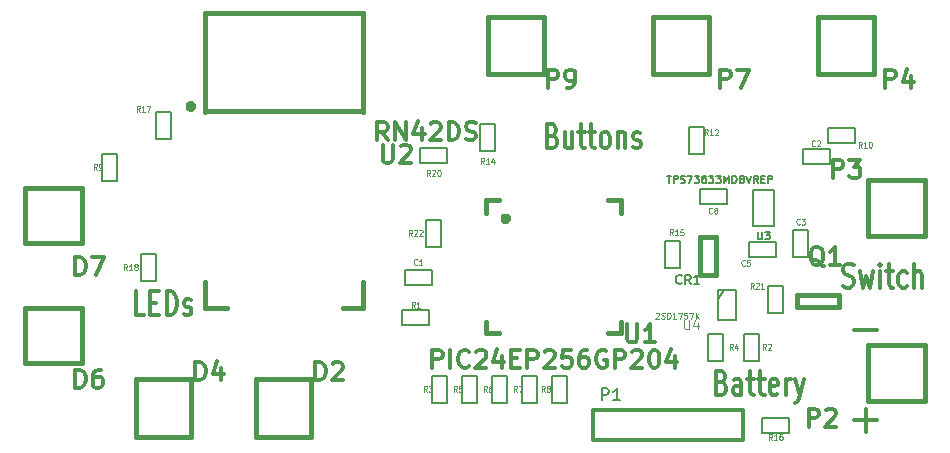
<source format=gto>
G04 (created by PCBNEW-RS274X (2012-01-19 BZR 3256)-stable) date 5/26/2013 3:34:06 PM*
G01*
G70*
G90*
%MOIN*%
G04 Gerber Fmt 3.4, Leading zero omitted, Abs format*
%FSLAX34Y34*%
G04 APERTURE LIST*
%ADD10C,0.006000*%
%ADD11C,0.012000*%
%ADD12C,0.005000*%
%ADD13C,0.015000*%
%ADD14C,0.004500*%
%ADD15C,0.008000*%
%ADD16C,0.007500*%
%ADD17C,0.003000*%
G04 APERTURE END LIST*
G54D10*
G54D11*
X37651Y-19366D02*
X37737Y-19404D01*
X37880Y-19404D01*
X37937Y-19366D01*
X37966Y-19328D01*
X37994Y-19251D01*
X37994Y-19175D01*
X37966Y-19099D01*
X37937Y-19061D01*
X37880Y-19023D01*
X37766Y-18985D01*
X37708Y-18947D01*
X37680Y-18909D01*
X37651Y-18832D01*
X37651Y-18756D01*
X37680Y-18680D01*
X37708Y-18642D01*
X37766Y-18604D01*
X37908Y-18604D01*
X37994Y-18642D01*
X38194Y-18870D02*
X38308Y-19404D01*
X38422Y-19023D01*
X38537Y-19404D01*
X38651Y-18870D01*
X38880Y-19404D02*
X38880Y-18870D01*
X38880Y-18604D02*
X38851Y-18642D01*
X38880Y-18680D01*
X38908Y-18642D01*
X38880Y-18604D01*
X38880Y-18680D01*
X39080Y-18870D02*
X39309Y-18870D01*
X39166Y-18604D02*
X39166Y-19290D01*
X39194Y-19366D01*
X39252Y-19404D01*
X39309Y-19404D01*
X39766Y-19366D02*
X39709Y-19404D01*
X39595Y-19404D01*
X39537Y-19366D01*
X39509Y-19328D01*
X39480Y-19251D01*
X39480Y-19023D01*
X39509Y-18947D01*
X39537Y-18909D01*
X39595Y-18870D01*
X39709Y-18870D01*
X39766Y-18909D01*
X40023Y-19404D02*
X40023Y-18604D01*
X40280Y-19404D02*
X40280Y-18985D01*
X40251Y-18909D01*
X40194Y-18870D01*
X40109Y-18870D01*
X40051Y-18909D01*
X40023Y-18947D01*
X33598Y-22565D02*
X33684Y-22603D01*
X33712Y-22641D01*
X33741Y-22717D01*
X33741Y-22831D01*
X33712Y-22908D01*
X33684Y-22946D01*
X33626Y-22984D01*
X33398Y-22984D01*
X33398Y-22184D01*
X33598Y-22184D01*
X33655Y-22222D01*
X33684Y-22260D01*
X33712Y-22336D01*
X33712Y-22412D01*
X33684Y-22489D01*
X33655Y-22527D01*
X33598Y-22565D01*
X33398Y-22565D01*
X34255Y-22984D02*
X34255Y-22565D01*
X34226Y-22489D01*
X34169Y-22450D01*
X34055Y-22450D01*
X33998Y-22489D01*
X34255Y-22946D02*
X34198Y-22984D01*
X34055Y-22984D01*
X33998Y-22946D01*
X33969Y-22870D01*
X33969Y-22793D01*
X33998Y-22717D01*
X34055Y-22679D01*
X34198Y-22679D01*
X34255Y-22641D01*
X34455Y-22450D02*
X34684Y-22450D01*
X34541Y-22184D02*
X34541Y-22870D01*
X34569Y-22946D01*
X34627Y-22984D01*
X34684Y-22984D01*
X34798Y-22450D02*
X35027Y-22450D01*
X34884Y-22184D02*
X34884Y-22870D01*
X34912Y-22946D01*
X34970Y-22984D01*
X35027Y-22984D01*
X35455Y-22946D02*
X35398Y-22984D01*
X35284Y-22984D01*
X35227Y-22946D01*
X35198Y-22870D01*
X35198Y-22565D01*
X35227Y-22489D01*
X35284Y-22450D01*
X35398Y-22450D01*
X35455Y-22489D01*
X35484Y-22565D01*
X35484Y-22641D01*
X35198Y-22717D01*
X35741Y-22984D02*
X35741Y-22450D01*
X35741Y-22603D02*
X35769Y-22527D01*
X35798Y-22489D01*
X35855Y-22450D01*
X35912Y-22450D01*
X36055Y-22450D02*
X36198Y-22984D01*
X36340Y-22450D02*
X36198Y-22984D01*
X36140Y-23174D01*
X36112Y-23212D01*
X36055Y-23250D01*
X14352Y-20324D02*
X14066Y-20324D01*
X14066Y-19524D01*
X14552Y-19905D02*
X14752Y-19905D01*
X14838Y-20324D02*
X14552Y-20324D01*
X14552Y-19524D01*
X14838Y-19524D01*
X15095Y-20324D02*
X15095Y-19524D01*
X15238Y-19524D01*
X15323Y-19562D01*
X15381Y-19638D01*
X15409Y-19714D01*
X15438Y-19867D01*
X15438Y-19981D01*
X15409Y-20133D01*
X15381Y-20210D01*
X15323Y-20286D01*
X15238Y-20324D01*
X15095Y-20324D01*
X15666Y-20286D02*
X15723Y-20324D01*
X15838Y-20324D01*
X15895Y-20286D01*
X15923Y-20210D01*
X15923Y-20171D01*
X15895Y-20095D01*
X15838Y-20057D01*
X15752Y-20057D01*
X15695Y-20019D01*
X15666Y-19943D01*
X15666Y-19905D01*
X15695Y-19829D01*
X15752Y-19790D01*
X15838Y-19790D01*
X15895Y-19829D01*
X27963Y-14345D02*
X28049Y-14383D01*
X28077Y-14421D01*
X28106Y-14497D01*
X28106Y-14611D01*
X28077Y-14688D01*
X28049Y-14726D01*
X27991Y-14764D01*
X27763Y-14764D01*
X27763Y-13964D01*
X27963Y-13964D01*
X28020Y-14002D01*
X28049Y-14040D01*
X28077Y-14116D01*
X28077Y-14192D01*
X28049Y-14269D01*
X28020Y-14307D01*
X27963Y-14345D01*
X27763Y-14345D01*
X28620Y-14230D02*
X28620Y-14764D01*
X28363Y-14230D02*
X28363Y-14650D01*
X28391Y-14726D01*
X28449Y-14764D01*
X28534Y-14764D01*
X28591Y-14726D01*
X28620Y-14688D01*
X28820Y-14230D02*
X29049Y-14230D01*
X28906Y-13964D02*
X28906Y-14650D01*
X28934Y-14726D01*
X28992Y-14764D01*
X29049Y-14764D01*
X29163Y-14230D02*
X29392Y-14230D01*
X29249Y-13964D02*
X29249Y-14650D01*
X29277Y-14726D01*
X29335Y-14764D01*
X29392Y-14764D01*
X29678Y-14764D02*
X29620Y-14726D01*
X29592Y-14688D01*
X29563Y-14611D01*
X29563Y-14383D01*
X29592Y-14307D01*
X29620Y-14269D01*
X29678Y-14230D01*
X29763Y-14230D01*
X29820Y-14269D01*
X29849Y-14307D01*
X29878Y-14383D01*
X29878Y-14611D01*
X29849Y-14688D01*
X29820Y-14726D01*
X29763Y-14764D01*
X29678Y-14764D01*
X30135Y-14230D02*
X30135Y-14764D01*
X30135Y-14307D02*
X30163Y-14269D01*
X30221Y-14230D01*
X30306Y-14230D01*
X30363Y-14269D01*
X30392Y-14345D01*
X30392Y-14764D01*
X30649Y-14726D02*
X30706Y-14764D01*
X30821Y-14764D01*
X30878Y-14726D01*
X30906Y-14650D01*
X30906Y-14611D01*
X30878Y-14535D01*
X30821Y-14497D01*
X30735Y-14497D01*
X30678Y-14459D01*
X30649Y-14383D01*
X30649Y-14345D01*
X30678Y-14269D01*
X30735Y-14230D01*
X30821Y-14230D01*
X30878Y-14269D01*
X38019Y-20824D02*
X38781Y-20824D01*
X38019Y-23824D02*
X38781Y-23824D01*
X38400Y-24205D02*
X38400Y-23443D01*
G54D12*
X37212Y-15276D02*
X36312Y-15276D01*
X36312Y-15276D02*
X36312Y-14776D01*
X36312Y-14776D02*
X37212Y-14776D01*
X37212Y-14776D02*
X37212Y-15276D01*
X36480Y-17480D02*
X36480Y-18380D01*
X36480Y-18380D02*
X35980Y-18380D01*
X35980Y-18380D02*
X35980Y-17480D01*
X35980Y-17480D02*
X36480Y-17480D01*
X34522Y-17902D02*
X35422Y-17902D01*
X35422Y-17902D02*
X35422Y-18402D01*
X35422Y-18402D02*
X34522Y-18402D01*
X34522Y-18402D02*
X34522Y-17902D01*
X23028Y-18826D02*
X23928Y-18826D01*
X23928Y-18826D02*
X23928Y-19326D01*
X23928Y-19326D02*
X23028Y-19326D01*
X23028Y-19326D02*
X23028Y-18826D01*
X27950Y-23250D02*
X27950Y-22350D01*
X27950Y-22350D02*
X28450Y-22350D01*
X28450Y-22350D02*
X28450Y-23250D01*
X28450Y-23250D02*
X27950Y-23250D01*
X33650Y-20950D02*
X33650Y-21850D01*
X33650Y-21850D02*
X33150Y-21850D01*
X33150Y-21850D02*
X33150Y-20950D01*
X33150Y-20950D02*
X33650Y-20950D01*
X34350Y-21850D02*
X34350Y-20950D01*
X34350Y-20950D02*
X34850Y-20950D01*
X34850Y-20950D02*
X34850Y-21850D01*
X34850Y-21850D02*
X34350Y-21850D01*
X37130Y-14090D02*
X38030Y-14090D01*
X38030Y-14090D02*
X38030Y-14590D01*
X38030Y-14590D02*
X37130Y-14590D01*
X37130Y-14590D02*
X37130Y-14090D01*
X12950Y-15850D02*
X12950Y-14950D01*
X12950Y-14950D02*
X13450Y-14950D01*
X13450Y-14950D02*
X13450Y-15850D01*
X13450Y-15850D02*
X12950Y-15850D01*
X33000Y-14050D02*
X33000Y-14950D01*
X33000Y-14950D02*
X32500Y-14950D01*
X32500Y-14950D02*
X32500Y-14050D01*
X32500Y-14050D02*
X33000Y-14050D01*
X26050Y-13950D02*
X26050Y-14850D01*
X26050Y-14850D02*
X25550Y-14850D01*
X25550Y-14850D02*
X25550Y-13950D01*
X25550Y-13950D02*
X26050Y-13950D01*
X32210Y-17846D02*
X32210Y-18746D01*
X32210Y-18746D02*
X31710Y-18746D01*
X31710Y-18746D02*
X31710Y-17846D01*
X31710Y-17846D02*
X32210Y-17846D01*
G54D11*
X34300Y-24500D02*
X34300Y-23500D01*
X29300Y-23500D02*
X29300Y-24500D01*
X34300Y-24500D02*
X29300Y-24500D01*
X29300Y-23500D02*
X34300Y-23500D01*
G54D13*
X32885Y-18350D02*
X32885Y-17720D01*
X32885Y-17720D02*
X33397Y-17720D01*
X33397Y-17720D02*
X33397Y-18980D01*
X33397Y-18980D02*
X32885Y-18980D01*
X32885Y-18980D02*
X32885Y-18350D01*
X30244Y-20909D02*
X30244Y-20555D01*
X30244Y-20909D02*
X29811Y-20909D01*
X26189Y-20909D02*
X25756Y-20909D01*
X25756Y-20909D02*
X25756Y-20555D01*
X30244Y-16933D02*
X30244Y-16500D01*
X30244Y-16500D02*
X29811Y-16500D01*
X26189Y-16500D02*
X25756Y-16500D01*
X25756Y-16500D02*
X25756Y-16933D01*
X26473Y-17091D02*
X26471Y-17108D01*
X26466Y-17124D01*
X26458Y-17139D01*
X26447Y-17153D01*
X26434Y-17163D01*
X26419Y-17172D01*
X26402Y-17177D01*
X26385Y-17178D01*
X26369Y-17177D01*
X26353Y-17172D01*
X26337Y-17164D01*
X26324Y-17153D01*
X26313Y-17140D01*
X26305Y-17125D01*
X26299Y-17109D01*
X26298Y-17092D01*
X26299Y-17076D01*
X26304Y-17059D01*
X26312Y-17044D01*
X26322Y-17030D01*
X26335Y-17019D01*
X26350Y-17011D01*
X26367Y-17006D01*
X26384Y-17004D01*
X26400Y-17005D01*
X26416Y-17009D01*
X26432Y-17017D01*
X26445Y-17028D01*
X26456Y-17041D01*
X26465Y-17056D01*
X26470Y-17072D01*
X26472Y-17089D01*
X26473Y-17091D01*
G54D12*
X22950Y-20150D02*
X23850Y-20150D01*
X23850Y-20150D02*
X23850Y-20650D01*
X23850Y-20650D02*
X22950Y-20650D01*
X22950Y-20650D02*
X22950Y-20150D01*
X23950Y-23250D02*
X23950Y-22350D01*
X23950Y-22350D02*
X24450Y-22350D01*
X24450Y-22350D02*
X24450Y-23250D01*
X24450Y-23250D02*
X23950Y-23250D01*
X24950Y-23250D02*
X24950Y-22350D01*
X24950Y-22350D02*
X25450Y-22350D01*
X25450Y-22350D02*
X25450Y-23250D01*
X25450Y-23250D02*
X24950Y-23250D01*
X25950Y-23250D02*
X25950Y-22350D01*
X25950Y-22350D02*
X26450Y-22350D01*
X26450Y-22350D02*
X26450Y-23250D01*
X26450Y-23250D02*
X25950Y-23250D01*
X26950Y-23250D02*
X26950Y-22350D01*
X26950Y-22350D02*
X27450Y-22350D01*
X27450Y-22350D02*
X27450Y-23250D01*
X27450Y-23250D02*
X26950Y-23250D01*
G54D13*
X36430Y-20050D02*
X36100Y-20050D01*
X36100Y-20050D02*
X36100Y-19650D01*
X36100Y-19650D02*
X37500Y-19650D01*
X37500Y-19650D02*
X37500Y-20050D01*
X37500Y-20050D02*
X36430Y-20050D01*
G54D12*
X33764Y-16630D02*
X32864Y-16630D01*
X32864Y-16630D02*
X32864Y-16130D01*
X32864Y-16130D02*
X33764Y-16130D01*
X33764Y-16130D02*
X33764Y-16630D01*
X35850Y-24250D02*
X34950Y-24250D01*
X34950Y-24250D02*
X34950Y-23750D01*
X34950Y-23750D02*
X35850Y-23750D01*
X35850Y-23750D02*
X35850Y-24250D01*
X15250Y-13550D02*
X15250Y-14450D01*
X15250Y-14450D02*
X14750Y-14450D01*
X14750Y-14450D02*
X14750Y-13550D01*
X14750Y-13550D02*
X15250Y-13550D01*
X14250Y-19200D02*
X14250Y-18300D01*
X14250Y-18300D02*
X14750Y-18300D01*
X14750Y-18300D02*
X14750Y-19200D01*
X14750Y-19200D02*
X14250Y-19200D01*
X23550Y-14750D02*
X24450Y-14750D01*
X24450Y-14750D02*
X24450Y-15250D01*
X24450Y-15250D02*
X23550Y-15250D01*
X23550Y-15250D02*
X23550Y-14750D01*
X35650Y-19350D02*
X35650Y-20250D01*
X35650Y-20250D02*
X35150Y-20250D01*
X35150Y-20250D02*
X35150Y-19350D01*
X35150Y-19350D02*
X35650Y-19350D01*
X34650Y-16150D02*
X35350Y-16150D01*
X35350Y-16150D02*
X35350Y-17350D01*
X35350Y-17350D02*
X34650Y-17350D01*
X34650Y-17350D02*
X34650Y-16150D01*
G54D13*
X14075Y-24378D02*
X14075Y-22469D01*
X14075Y-22469D02*
X15925Y-22469D01*
X15925Y-22469D02*
X15925Y-24378D01*
X14075Y-24378D02*
X15925Y-24378D01*
X18075Y-24378D02*
X18075Y-22469D01*
X18075Y-22469D02*
X19925Y-22469D01*
X19925Y-22469D02*
X19925Y-24378D01*
X18075Y-24378D02*
X19925Y-24378D01*
X27675Y-10372D02*
X27675Y-12281D01*
X27675Y-12281D02*
X25825Y-12281D01*
X25825Y-12281D02*
X25825Y-10372D01*
X27675Y-10372D02*
X25825Y-10372D01*
X33175Y-10372D02*
X33175Y-12281D01*
X33175Y-12281D02*
X31325Y-12281D01*
X31325Y-12281D02*
X31325Y-10372D01*
X33175Y-10372D02*
X31325Y-10372D01*
X38675Y-10372D02*
X38675Y-12281D01*
X38675Y-12281D02*
X36825Y-12281D01*
X36825Y-12281D02*
X36825Y-10372D01*
X38675Y-10372D02*
X36825Y-10372D01*
X40378Y-17675D02*
X38469Y-17675D01*
X38469Y-17675D02*
X38469Y-15825D01*
X38469Y-15825D02*
X40378Y-15825D01*
X40378Y-17675D02*
X40378Y-15825D01*
X40378Y-23175D02*
X38469Y-23175D01*
X38469Y-23175D02*
X38469Y-21325D01*
X38469Y-21325D02*
X40378Y-21325D01*
X40378Y-23175D02*
X40378Y-21325D01*
X10372Y-20075D02*
X12281Y-20075D01*
X12281Y-20075D02*
X12281Y-21925D01*
X12281Y-21925D02*
X10372Y-21925D01*
X10372Y-20075D02*
X10372Y-21925D01*
G54D12*
X33480Y-19800D02*
X33680Y-19500D01*
X33480Y-20500D02*
X33480Y-19475D01*
X33480Y-19475D02*
X34080Y-19475D01*
X34080Y-19475D02*
X34080Y-20500D01*
X34080Y-20500D02*
X33480Y-20500D01*
X24250Y-17150D02*
X24250Y-18050D01*
X24250Y-18050D02*
X23750Y-18050D01*
X23750Y-18050D02*
X23750Y-17150D01*
X23750Y-17150D02*
X24250Y-17150D01*
G54D13*
X21638Y-13000D02*
X21638Y-12488D01*
X16362Y-13000D02*
X16362Y-12488D01*
X21638Y-19535D02*
X21638Y-20047D01*
X16362Y-19535D02*
X16362Y-20047D01*
X16362Y-13512D02*
X21638Y-13512D01*
X15977Y-13355D02*
X15975Y-13372D01*
X15970Y-13388D01*
X15962Y-13403D01*
X15951Y-13417D01*
X15938Y-13427D01*
X15923Y-13436D01*
X15906Y-13441D01*
X15889Y-13442D01*
X15873Y-13441D01*
X15857Y-13436D01*
X15841Y-13428D01*
X15828Y-13417D01*
X15817Y-13404D01*
X15809Y-13389D01*
X15803Y-13373D01*
X15802Y-13356D01*
X15803Y-13340D01*
X15808Y-13323D01*
X15816Y-13308D01*
X15826Y-13294D01*
X15839Y-13283D01*
X15854Y-13275D01*
X15871Y-13270D01*
X15888Y-13268D01*
X15904Y-13269D01*
X15920Y-13273D01*
X15936Y-13281D01*
X15949Y-13292D01*
X15960Y-13305D01*
X15969Y-13320D01*
X15974Y-13336D01*
X15976Y-13353D01*
X15977Y-13355D01*
X21638Y-13000D02*
X21638Y-13551D01*
X16362Y-12488D02*
X16362Y-10244D01*
X16362Y-10244D02*
X21638Y-10244D01*
X21638Y-10244D02*
X21638Y-12488D01*
X16362Y-13551D02*
X16362Y-13000D01*
X16362Y-20047D02*
X16362Y-20087D01*
X16362Y-20087D02*
X17110Y-20087D01*
X16362Y-19220D02*
X16362Y-19535D01*
X21638Y-20047D02*
X21638Y-20087D01*
X21638Y-20087D02*
X20969Y-20087D01*
X21638Y-19220D02*
X21638Y-19535D01*
X10372Y-16075D02*
X12281Y-16075D01*
X12281Y-16075D02*
X12281Y-17925D01*
X12281Y-17925D02*
X10372Y-17925D01*
X10372Y-16075D02*
X10372Y-17925D01*
G54D14*
X36711Y-14682D02*
X36702Y-14691D01*
X36676Y-14701D01*
X36659Y-14701D01*
X36634Y-14691D01*
X36616Y-14672D01*
X36608Y-14653D01*
X36599Y-14615D01*
X36599Y-14587D01*
X36608Y-14549D01*
X36616Y-14530D01*
X36634Y-14510D01*
X36659Y-14501D01*
X36676Y-14501D01*
X36702Y-14510D01*
X36711Y-14520D01*
X36779Y-14520D02*
X36788Y-14510D01*
X36805Y-14501D01*
X36848Y-14501D01*
X36865Y-14510D01*
X36874Y-14520D01*
X36882Y-14539D01*
X36882Y-14558D01*
X36874Y-14587D01*
X36771Y-14701D01*
X36882Y-14701D01*
X36201Y-17292D02*
X36192Y-17301D01*
X36166Y-17311D01*
X36149Y-17311D01*
X36124Y-17301D01*
X36106Y-17282D01*
X36098Y-17263D01*
X36089Y-17225D01*
X36089Y-17197D01*
X36098Y-17159D01*
X36106Y-17140D01*
X36124Y-17120D01*
X36149Y-17111D01*
X36166Y-17111D01*
X36192Y-17120D01*
X36201Y-17130D01*
X36261Y-17111D02*
X36372Y-17111D01*
X36312Y-17187D01*
X36338Y-17187D01*
X36355Y-17197D01*
X36364Y-17206D01*
X36372Y-17225D01*
X36372Y-17273D01*
X36364Y-17292D01*
X36355Y-17301D01*
X36338Y-17311D01*
X36286Y-17311D01*
X36269Y-17301D01*
X36261Y-17292D01*
X34371Y-18662D02*
X34362Y-18671D01*
X34336Y-18681D01*
X34319Y-18681D01*
X34294Y-18671D01*
X34276Y-18652D01*
X34268Y-18633D01*
X34259Y-18595D01*
X34259Y-18567D01*
X34268Y-18529D01*
X34276Y-18510D01*
X34294Y-18490D01*
X34319Y-18481D01*
X34336Y-18481D01*
X34362Y-18490D01*
X34371Y-18500D01*
X34534Y-18481D02*
X34448Y-18481D01*
X34439Y-18576D01*
X34448Y-18567D01*
X34465Y-18557D01*
X34508Y-18557D01*
X34525Y-18567D01*
X34534Y-18576D01*
X34542Y-18595D01*
X34542Y-18643D01*
X34534Y-18662D01*
X34525Y-18671D01*
X34508Y-18681D01*
X34465Y-18681D01*
X34448Y-18671D01*
X34439Y-18662D01*
X23449Y-18638D02*
X23440Y-18647D01*
X23414Y-18657D01*
X23397Y-18657D01*
X23372Y-18647D01*
X23354Y-18628D01*
X23346Y-18609D01*
X23337Y-18571D01*
X23337Y-18543D01*
X23346Y-18505D01*
X23354Y-18486D01*
X23372Y-18466D01*
X23397Y-18457D01*
X23414Y-18457D01*
X23440Y-18466D01*
X23449Y-18476D01*
X23620Y-18657D02*
X23517Y-18657D01*
X23569Y-18657D02*
X23569Y-18457D01*
X23552Y-18486D01*
X23534Y-18505D01*
X23517Y-18514D01*
X27697Y-22881D02*
X27637Y-22786D01*
X27594Y-22881D02*
X27594Y-22681D01*
X27662Y-22681D01*
X27680Y-22690D01*
X27688Y-22700D01*
X27697Y-22719D01*
X27697Y-22748D01*
X27688Y-22767D01*
X27680Y-22776D01*
X27662Y-22786D01*
X27594Y-22786D01*
X27800Y-22767D02*
X27782Y-22757D01*
X27774Y-22748D01*
X27765Y-22729D01*
X27765Y-22719D01*
X27774Y-22700D01*
X27782Y-22690D01*
X27800Y-22681D01*
X27834Y-22681D01*
X27851Y-22690D01*
X27860Y-22700D01*
X27868Y-22719D01*
X27868Y-22729D01*
X27860Y-22748D01*
X27851Y-22757D01*
X27834Y-22767D01*
X27800Y-22767D01*
X27782Y-22776D01*
X27774Y-22786D01*
X27765Y-22805D01*
X27765Y-22843D01*
X27774Y-22862D01*
X27782Y-22871D01*
X27800Y-22881D01*
X27834Y-22881D01*
X27851Y-22871D01*
X27860Y-22862D01*
X27868Y-22843D01*
X27868Y-22805D01*
X27860Y-22786D01*
X27851Y-22776D01*
X27834Y-22767D01*
X33971Y-21481D02*
X33911Y-21386D01*
X33868Y-21481D02*
X33868Y-21281D01*
X33936Y-21281D01*
X33954Y-21290D01*
X33962Y-21300D01*
X33971Y-21319D01*
X33971Y-21348D01*
X33962Y-21367D01*
X33954Y-21376D01*
X33936Y-21386D01*
X33868Y-21386D01*
X34125Y-21348D02*
X34125Y-21481D01*
X34082Y-21271D02*
X34039Y-21414D01*
X34151Y-21414D01*
X35071Y-21481D02*
X35011Y-21386D01*
X34968Y-21481D02*
X34968Y-21281D01*
X35036Y-21281D01*
X35054Y-21290D01*
X35062Y-21300D01*
X35071Y-21319D01*
X35071Y-21348D01*
X35062Y-21367D01*
X35054Y-21376D01*
X35036Y-21386D01*
X34968Y-21386D01*
X35139Y-21300D02*
X35148Y-21290D01*
X35165Y-21281D01*
X35208Y-21281D01*
X35225Y-21290D01*
X35234Y-21300D01*
X35242Y-21319D01*
X35242Y-21338D01*
X35234Y-21367D01*
X35131Y-21481D01*
X35242Y-21481D01*
X38265Y-14741D02*
X38205Y-14646D01*
X38162Y-14741D02*
X38162Y-14541D01*
X38230Y-14541D01*
X38248Y-14550D01*
X38256Y-14560D01*
X38265Y-14579D01*
X38265Y-14608D01*
X38256Y-14627D01*
X38248Y-14636D01*
X38230Y-14646D01*
X38162Y-14646D01*
X38436Y-14741D02*
X38333Y-14741D01*
X38385Y-14741D02*
X38385Y-14541D01*
X38368Y-14570D01*
X38350Y-14589D01*
X38333Y-14598D01*
X38547Y-14541D02*
X38564Y-14541D01*
X38581Y-14550D01*
X38590Y-14560D01*
X38599Y-14579D01*
X38607Y-14617D01*
X38607Y-14665D01*
X38599Y-14703D01*
X38590Y-14722D01*
X38581Y-14731D01*
X38564Y-14741D01*
X38547Y-14741D01*
X38530Y-14731D01*
X38521Y-14722D01*
X38513Y-14703D01*
X38504Y-14665D01*
X38504Y-14617D01*
X38513Y-14579D01*
X38521Y-14560D01*
X38530Y-14550D01*
X38547Y-14541D01*
X12771Y-15481D02*
X12711Y-15386D01*
X12668Y-15481D02*
X12668Y-15281D01*
X12736Y-15281D01*
X12754Y-15290D01*
X12762Y-15300D01*
X12771Y-15319D01*
X12771Y-15348D01*
X12762Y-15367D01*
X12754Y-15376D01*
X12736Y-15386D01*
X12668Y-15386D01*
X12856Y-15481D02*
X12891Y-15481D01*
X12908Y-15471D01*
X12916Y-15462D01*
X12934Y-15433D01*
X12942Y-15395D01*
X12942Y-15319D01*
X12934Y-15300D01*
X12925Y-15290D01*
X12908Y-15281D01*
X12874Y-15281D01*
X12856Y-15290D01*
X12848Y-15300D01*
X12839Y-15319D01*
X12839Y-15367D01*
X12848Y-15386D01*
X12856Y-15395D01*
X12874Y-15405D01*
X12908Y-15405D01*
X12925Y-15395D01*
X12934Y-15386D01*
X12942Y-15367D01*
X33135Y-14331D02*
X33075Y-14236D01*
X33032Y-14331D02*
X33032Y-14131D01*
X33100Y-14131D01*
X33118Y-14140D01*
X33126Y-14150D01*
X33135Y-14169D01*
X33135Y-14198D01*
X33126Y-14217D01*
X33118Y-14226D01*
X33100Y-14236D01*
X33032Y-14236D01*
X33306Y-14331D02*
X33203Y-14331D01*
X33255Y-14331D02*
X33255Y-14131D01*
X33238Y-14160D01*
X33220Y-14179D01*
X33203Y-14188D01*
X33374Y-14150D02*
X33383Y-14140D01*
X33400Y-14131D01*
X33443Y-14131D01*
X33460Y-14140D01*
X33469Y-14150D01*
X33477Y-14169D01*
X33477Y-14188D01*
X33469Y-14217D01*
X33366Y-14331D01*
X33477Y-14331D01*
X25685Y-15281D02*
X25625Y-15186D01*
X25582Y-15281D02*
X25582Y-15081D01*
X25650Y-15081D01*
X25668Y-15090D01*
X25676Y-15100D01*
X25685Y-15119D01*
X25685Y-15148D01*
X25676Y-15167D01*
X25668Y-15176D01*
X25650Y-15186D01*
X25582Y-15186D01*
X25856Y-15281D02*
X25753Y-15281D01*
X25805Y-15281D02*
X25805Y-15081D01*
X25788Y-15110D01*
X25770Y-15129D01*
X25753Y-15138D01*
X26010Y-15148D02*
X26010Y-15281D01*
X25967Y-15071D02*
X25924Y-15214D01*
X26036Y-15214D01*
X31985Y-17661D02*
X31925Y-17566D01*
X31882Y-17661D02*
X31882Y-17461D01*
X31950Y-17461D01*
X31968Y-17470D01*
X31976Y-17480D01*
X31985Y-17499D01*
X31985Y-17528D01*
X31976Y-17547D01*
X31968Y-17556D01*
X31950Y-17566D01*
X31882Y-17566D01*
X32156Y-17661D02*
X32053Y-17661D01*
X32105Y-17661D02*
X32105Y-17461D01*
X32088Y-17490D01*
X32070Y-17509D01*
X32053Y-17518D01*
X32319Y-17461D02*
X32233Y-17461D01*
X32224Y-17556D01*
X32233Y-17547D01*
X32250Y-17537D01*
X32293Y-17537D01*
X32310Y-17547D01*
X32319Y-17556D01*
X32327Y-17575D01*
X32327Y-17623D01*
X32319Y-17642D01*
X32310Y-17651D01*
X32293Y-17661D01*
X32250Y-17661D01*
X32233Y-17651D01*
X32224Y-17642D01*
G54D15*
X29605Y-23162D02*
X29605Y-22762D01*
X29758Y-22762D01*
X29796Y-22781D01*
X29815Y-22800D01*
X29834Y-22838D01*
X29834Y-22895D01*
X29815Y-22933D01*
X29796Y-22952D01*
X29758Y-22971D01*
X29605Y-22971D01*
X30215Y-23162D02*
X29986Y-23162D01*
X30100Y-23162D02*
X30100Y-22762D01*
X30062Y-22819D01*
X30024Y-22857D01*
X29986Y-22876D01*
G54D16*
X32260Y-19253D02*
X32246Y-19267D01*
X32203Y-19281D01*
X32174Y-19281D01*
X32131Y-19267D01*
X32103Y-19239D01*
X32088Y-19210D01*
X32074Y-19153D01*
X32074Y-19110D01*
X32088Y-19053D01*
X32103Y-19024D01*
X32131Y-18996D01*
X32174Y-18981D01*
X32203Y-18981D01*
X32246Y-18996D01*
X32260Y-19010D01*
X32560Y-19281D02*
X32460Y-19139D01*
X32388Y-19281D02*
X32388Y-18981D01*
X32503Y-18981D01*
X32531Y-18996D01*
X32546Y-19010D01*
X32560Y-19039D01*
X32560Y-19081D01*
X32546Y-19110D01*
X32531Y-19124D01*
X32503Y-19139D01*
X32388Y-19139D01*
X32846Y-19281D02*
X32674Y-19281D01*
X32760Y-19281D02*
X32760Y-18981D01*
X32731Y-19024D01*
X32703Y-19053D01*
X32674Y-19067D01*
G54D11*
X30443Y-20633D02*
X30443Y-21119D01*
X30471Y-21176D01*
X30500Y-21204D01*
X30557Y-21233D01*
X30671Y-21233D01*
X30729Y-21204D01*
X30757Y-21176D01*
X30786Y-21119D01*
X30786Y-20633D01*
X31386Y-21233D02*
X31043Y-21233D01*
X31215Y-21233D02*
X31215Y-20633D01*
X31158Y-20719D01*
X31100Y-20776D01*
X31043Y-20804D01*
X23955Y-22083D02*
X23955Y-21483D01*
X24183Y-21483D01*
X24241Y-21511D01*
X24269Y-21540D01*
X24298Y-21597D01*
X24298Y-21683D01*
X24269Y-21740D01*
X24241Y-21769D01*
X24183Y-21797D01*
X23955Y-21797D01*
X24555Y-22083D02*
X24555Y-21483D01*
X25184Y-22026D02*
X25155Y-22054D01*
X25069Y-22083D01*
X25012Y-22083D01*
X24927Y-22054D01*
X24869Y-21997D01*
X24841Y-21940D01*
X24812Y-21826D01*
X24812Y-21740D01*
X24841Y-21626D01*
X24869Y-21569D01*
X24927Y-21511D01*
X25012Y-21483D01*
X25069Y-21483D01*
X25155Y-21511D01*
X25184Y-21540D01*
X25412Y-21540D02*
X25441Y-21511D01*
X25498Y-21483D01*
X25641Y-21483D01*
X25698Y-21511D01*
X25727Y-21540D01*
X25755Y-21597D01*
X25755Y-21654D01*
X25727Y-21740D01*
X25384Y-22083D01*
X25755Y-22083D01*
X26269Y-21683D02*
X26269Y-22083D01*
X26126Y-21454D02*
X25983Y-21883D01*
X26355Y-21883D01*
X26583Y-21769D02*
X26783Y-21769D01*
X26869Y-22083D02*
X26583Y-22083D01*
X26583Y-21483D01*
X26869Y-21483D01*
X27126Y-22083D02*
X27126Y-21483D01*
X27354Y-21483D01*
X27412Y-21511D01*
X27440Y-21540D01*
X27469Y-21597D01*
X27469Y-21683D01*
X27440Y-21740D01*
X27412Y-21769D01*
X27354Y-21797D01*
X27126Y-21797D01*
X27697Y-21540D02*
X27726Y-21511D01*
X27783Y-21483D01*
X27926Y-21483D01*
X27983Y-21511D01*
X28012Y-21540D01*
X28040Y-21597D01*
X28040Y-21654D01*
X28012Y-21740D01*
X27669Y-22083D01*
X28040Y-22083D01*
X28583Y-21483D02*
X28297Y-21483D01*
X28268Y-21769D01*
X28297Y-21740D01*
X28354Y-21711D01*
X28497Y-21711D01*
X28554Y-21740D01*
X28583Y-21769D01*
X28611Y-21826D01*
X28611Y-21969D01*
X28583Y-22026D01*
X28554Y-22054D01*
X28497Y-22083D01*
X28354Y-22083D01*
X28297Y-22054D01*
X28268Y-22026D01*
X29125Y-21483D02*
X29011Y-21483D01*
X28954Y-21511D01*
X28925Y-21540D01*
X28868Y-21626D01*
X28839Y-21740D01*
X28839Y-21969D01*
X28868Y-22026D01*
X28896Y-22054D01*
X28954Y-22083D01*
X29068Y-22083D01*
X29125Y-22054D01*
X29154Y-22026D01*
X29182Y-21969D01*
X29182Y-21826D01*
X29154Y-21769D01*
X29125Y-21740D01*
X29068Y-21711D01*
X28954Y-21711D01*
X28896Y-21740D01*
X28868Y-21769D01*
X28839Y-21826D01*
X29753Y-21511D02*
X29696Y-21483D01*
X29610Y-21483D01*
X29525Y-21511D01*
X29467Y-21569D01*
X29439Y-21626D01*
X29410Y-21740D01*
X29410Y-21826D01*
X29439Y-21940D01*
X29467Y-21997D01*
X29525Y-22054D01*
X29610Y-22083D01*
X29667Y-22083D01*
X29753Y-22054D01*
X29782Y-22026D01*
X29782Y-21826D01*
X29667Y-21826D01*
X30039Y-22083D02*
X30039Y-21483D01*
X30267Y-21483D01*
X30325Y-21511D01*
X30353Y-21540D01*
X30382Y-21597D01*
X30382Y-21683D01*
X30353Y-21740D01*
X30325Y-21769D01*
X30267Y-21797D01*
X30039Y-21797D01*
X30610Y-21540D02*
X30639Y-21511D01*
X30696Y-21483D01*
X30839Y-21483D01*
X30896Y-21511D01*
X30925Y-21540D01*
X30953Y-21597D01*
X30953Y-21654D01*
X30925Y-21740D01*
X30582Y-22083D01*
X30953Y-22083D01*
X31324Y-21483D02*
X31381Y-21483D01*
X31438Y-21511D01*
X31467Y-21540D01*
X31496Y-21597D01*
X31524Y-21711D01*
X31524Y-21854D01*
X31496Y-21969D01*
X31467Y-22026D01*
X31438Y-22054D01*
X31381Y-22083D01*
X31324Y-22083D01*
X31267Y-22054D01*
X31238Y-22026D01*
X31210Y-21969D01*
X31181Y-21854D01*
X31181Y-21711D01*
X31210Y-21597D01*
X31238Y-21540D01*
X31267Y-21511D01*
X31324Y-21483D01*
X32038Y-21683D02*
X32038Y-22083D01*
X31895Y-21454D02*
X31752Y-21883D01*
X32124Y-21883D01*
G54D14*
X23371Y-20081D02*
X23311Y-19986D01*
X23268Y-20081D02*
X23268Y-19881D01*
X23336Y-19881D01*
X23354Y-19890D01*
X23362Y-19900D01*
X23371Y-19919D01*
X23371Y-19948D01*
X23362Y-19967D01*
X23354Y-19976D01*
X23336Y-19986D01*
X23268Y-19986D01*
X23542Y-20081D02*
X23439Y-20081D01*
X23491Y-20081D02*
X23491Y-19881D01*
X23474Y-19910D01*
X23456Y-19929D01*
X23439Y-19938D01*
X23771Y-22881D02*
X23711Y-22786D01*
X23668Y-22881D02*
X23668Y-22681D01*
X23736Y-22681D01*
X23754Y-22690D01*
X23762Y-22700D01*
X23771Y-22719D01*
X23771Y-22748D01*
X23762Y-22767D01*
X23754Y-22776D01*
X23736Y-22786D01*
X23668Y-22786D01*
X23831Y-22681D02*
X23942Y-22681D01*
X23882Y-22757D01*
X23908Y-22757D01*
X23925Y-22767D01*
X23934Y-22776D01*
X23942Y-22795D01*
X23942Y-22843D01*
X23934Y-22862D01*
X23925Y-22871D01*
X23908Y-22881D01*
X23856Y-22881D01*
X23839Y-22871D01*
X23831Y-22862D01*
X24771Y-22881D02*
X24711Y-22786D01*
X24668Y-22881D02*
X24668Y-22681D01*
X24736Y-22681D01*
X24754Y-22690D01*
X24762Y-22700D01*
X24771Y-22719D01*
X24771Y-22748D01*
X24762Y-22767D01*
X24754Y-22776D01*
X24736Y-22786D01*
X24668Y-22786D01*
X24934Y-22681D02*
X24848Y-22681D01*
X24839Y-22776D01*
X24848Y-22767D01*
X24865Y-22757D01*
X24908Y-22757D01*
X24925Y-22767D01*
X24934Y-22776D01*
X24942Y-22795D01*
X24942Y-22843D01*
X24934Y-22862D01*
X24925Y-22871D01*
X24908Y-22881D01*
X24865Y-22881D01*
X24848Y-22871D01*
X24839Y-22862D01*
X25771Y-22881D02*
X25711Y-22786D01*
X25668Y-22881D02*
X25668Y-22681D01*
X25736Y-22681D01*
X25754Y-22690D01*
X25762Y-22700D01*
X25771Y-22719D01*
X25771Y-22748D01*
X25762Y-22767D01*
X25754Y-22776D01*
X25736Y-22786D01*
X25668Y-22786D01*
X25925Y-22681D02*
X25891Y-22681D01*
X25874Y-22690D01*
X25865Y-22700D01*
X25848Y-22729D01*
X25839Y-22767D01*
X25839Y-22843D01*
X25848Y-22862D01*
X25856Y-22871D01*
X25874Y-22881D01*
X25908Y-22881D01*
X25925Y-22871D01*
X25934Y-22862D01*
X25942Y-22843D01*
X25942Y-22795D01*
X25934Y-22776D01*
X25925Y-22767D01*
X25908Y-22757D01*
X25874Y-22757D01*
X25856Y-22767D01*
X25848Y-22776D01*
X25839Y-22795D01*
X26771Y-22881D02*
X26711Y-22786D01*
X26668Y-22881D02*
X26668Y-22681D01*
X26736Y-22681D01*
X26754Y-22690D01*
X26762Y-22700D01*
X26771Y-22719D01*
X26771Y-22748D01*
X26762Y-22767D01*
X26754Y-22776D01*
X26736Y-22786D01*
X26668Y-22786D01*
X26831Y-22681D02*
X26951Y-22681D01*
X26874Y-22881D01*
G54D11*
X36993Y-18700D02*
X36936Y-18671D01*
X36879Y-18614D01*
X36793Y-18529D01*
X36736Y-18500D01*
X36679Y-18500D01*
X36707Y-18643D02*
X36650Y-18614D01*
X36593Y-18557D01*
X36564Y-18443D01*
X36564Y-18243D01*
X36593Y-18129D01*
X36650Y-18071D01*
X36707Y-18043D01*
X36821Y-18043D01*
X36879Y-18071D01*
X36936Y-18129D01*
X36964Y-18243D01*
X36964Y-18443D01*
X36936Y-18557D01*
X36879Y-18614D01*
X36821Y-18643D01*
X36707Y-18643D01*
X37536Y-18643D02*
X37193Y-18643D01*
X37365Y-18643D02*
X37365Y-18043D01*
X37308Y-18129D01*
X37250Y-18186D01*
X37193Y-18214D01*
G54D14*
X33287Y-16920D02*
X33278Y-16929D01*
X33252Y-16939D01*
X33235Y-16939D01*
X33210Y-16929D01*
X33192Y-16910D01*
X33184Y-16891D01*
X33175Y-16853D01*
X33175Y-16825D01*
X33184Y-16787D01*
X33192Y-16768D01*
X33210Y-16748D01*
X33235Y-16739D01*
X33252Y-16739D01*
X33278Y-16748D01*
X33287Y-16758D01*
X33390Y-16825D02*
X33372Y-16815D01*
X33364Y-16806D01*
X33355Y-16787D01*
X33355Y-16777D01*
X33364Y-16758D01*
X33372Y-16748D01*
X33390Y-16739D01*
X33424Y-16739D01*
X33441Y-16748D01*
X33450Y-16758D01*
X33458Y-16777D01*
X33458Y-16787D01*
X33450Y-16806D01*
X33441Y-16815D01*
X33424Y-16825D01*
X33390Y-16825D01*
X33372Y-16834D01*
X33364Y-16844D01*
X33355Y-16863D01*
X33355Y-16901D01*
X33364Y-16920D01*
X33372Y-16929D01*
X33390Y-16939D01*
X33424Y-16939D01*
X33441Y-16929D01*
X33450Y-16920D01*
X33458Y-16901D01*
X33458Y-16863D01*
X33450Y-16844D01*
X33441Y-16834D01*
X33424Y-16825D01*
X35285Y-24481D02*
X35225Y-24386D01*
X35182Y-24481D02*
X35182Y-24281D01*
X35250Y-24281D01*
X35268Y-24290D01*
X35276Y-24300D01*
X35285Y-24319D01*
X35285Y-24348D01*
X35276Y-24367D01*
X35268Y-24376D01*
X35250Y-24386D01*
X35182Y-24386D01*
X35456Y-24481D02*
X35353Y-24481D01*
X35405Y-24481D02*
X35405Y-24281D01*
X35388Y-24310D01*
X35370Y-24329D01*
X35353Y-24338D01*
X35610Y-24281D02*
X35576Y-24281D01*
X35559Y-24290D01*
X35550Y-24300D01*
X35533Y-24329D01*
X35524Y-24367D01*
X35524Y-24443D01*
X35533Y-24462D01*
X35541Y-24471D01*
X35559Y-24481D01*
X35593Y-24481D01*
X35610Y-24471D01*
X35619Y-24462D01*
X35627Y-24443D01*
X35627Y-24395D01*
X35619Y-24376D01*
X35610Y-24367D01*
X35593Y-24357D01*
X35559Y-24357D01*
X35541Y-24367D01*
X35533Y-24376D01*
X35524Y-24395D01*
X14205Y-13541D02*
X14145Y-13446D01*
X14102Y-13541D02*
X14102Y-13341D01*
X14170Y-13341D01*
X14188Y-13350D01*
X14196Y-13360D01*
X14205Y-13379D01*
X14205Y-13408D01*
X14196Y-13427D01*
X14188Y-13436D01*
X14170Y-13446D01*
X14102Y-13446D01*
X14376Y-13541D02*
X14273Y-13541D01*
X14325Y-13541D02*
X14325Y-13341D01*
X14308Y-13370D01*
X14290Y-13389D01*
X14273Y-13398D01*
X14436Y-13341D02*
X14556Y-13341D01*
X14479Y-13541D01*
X13785Y-18831D02*
X13725Y-18736D01*
X13682Y-18831D02*
X13682Y-18631D01*
X13750Y-18631D01*
X13768Y-18640D01*
X13776Y-18650D01*
X13785Y-18669D01*
X13785Y-18698D01*
X13776Y-18717D01*
X13768Y-18726D01*
X13750Y-18736D01*
X13682Y-18736D01*
X13956Y-18831D02*
X13853Y-18831D01*
X13905Y-18831D02*
X13905Y-18631D01*
X13888Y-18660D01*
X13870Y-18679D01*
X13853Y-18688D01*
X14059Y-18717D02*
X14041Y-18707D01*
X14033Y-18698D01*
X14024Y-18679D01*
X14024Y-18669D01*
X14033Y-18650D01*
X14041Y-18640D01*
X14059Y-18631D01*
X14093Y-18631D01*
X14110Y-18640D01*
X14119Y-18650D01*
X14127Y-18669D01*
X14127Y-18679D01*
X14119Y-18698D01*
X14110Y-18707D01*
X14093Y-18717D01*
X14059Y-18717D01*
X14041Y-18726D01*
X14033Y-18736D01*
X14024Y-18755D01*
X14024Y-18793D01*
X14033Y-18812D01*
X14041Y-18821D01*
X14059Y-18831D01*
X14093Y-18831D01*
X14110Y-18821D01*
X14119Y-18812D01*
X14127Y-18793D01*
X14127Y-18755D01*
X14119Y-18736D01*
X14110Y-18726D01*
X14093Y-18717D01*
X23885Y-15681D02*
X23825Y-15586D01*
X23782Y-15681D02*
X23782Y-15481D01*
X23850Y-15481D01*
X23868Y-15490D01*
X23876Y-15500D01*
X23885Y-15519D01*
X23885Y-15548D01*
X23876Y-15567D01*
X23868Y-15576D01*
X23850Y-15586D01*
X23782Y-15586D01*
X23953Y-15500D02*
X23962Y-15490D01*
X23979Y-15481D01*
X24022Y-15481D01*
X24039Y-15490D01*
X24048Y-15500D01*
X24056Y-15519D01*
X24056Y-15538D01*
X24048Y-15567D01*
X23945Y-15681D01*
X24056Y-15681D01*
X24167Y-15481D02*
X24184Y-15481D01*
X24201Y-15490D01*
X24210Y-15500D01*
X24219Y-15519D01*
X24227Y-15557D01*
X24227Y-15605D01*
X24219Y-15643D01*
X24210Y-15662D01*
X24201Y-15671D01*
X24184Y-15681D01*
X24167Y-15681D01*
X24150Y-15671D01*
X24141Y-15662D01*
X24133Y-15643D01*
X24124Y-15605D01*
X24124Y-15557D01*
X24133Y-15519D01*
X24141Y-15500D01*
X24150Y-15490D01*
X24167Y-15481D01*
X34665Y-19441D02*
X34605Y-19346D01*
X34562Y-19441D02*
X34562Y-19241D01*
X34630Y-19241D01*
X34648Y-19250D01*
X34656Y-19260D01*
X34665Y-19279D01*
X34665Y-19308D01*
X34656Y-19327D01*
X34648Y-19336D01*
X34630Y-19346D01*
X34562Y-19346D01*
X34733Y-19260D02*
X34742Y-19250D01*
X34759Y-19241D01*
X34802Y-19241D01*
X34819Y-19250D01*
X34828Y-19260D01*
X34836Y-19279D01*
X34836Y-19298D01*
X34828Y-19327D01*
X34725Y-19441D01*
X34836Y-19441D01*
X35007Y-19441D02*
X34904Y-19441D01*
X34956Y-19441D02*
X34956Y-19241D01*
X34939Y-19270D01*
X34921Y-19289D01*
X34904Y-19298D01*
G54D12*
X34810Y-17551D02*
X34810Y-17754D01*
X34821Y-17777D01*
X34833Y-17789D01*
X34857Y-17801D01*
X34905Y-17801D01*
X34929Y-17789D01*
X34940Y-17777D01*
X34952Y-17754D01*
X34952Y-17551D01*
X35048Y-17551D02*
X35202Y-17551D01*
X35119Y-17646D01*
X35155Y-17646D01*
X35179Y-17658D01*
X35191Y-17670D01*
X35202Y-17694D01*
X35202Y-17754D01*
X35191Y-17777D01*
X35179Y-17789D01*
X35155Y-17801D01*
X35083Y-17801D01*
X35060Y-17789D01*
X35048Y-17777D01*
X31767Y-15671D02*
X31910Y-15671D01*
X31838Y-15921D02*
X31838Y-15671D01*
X31993Y-15921D02*
X31993Y-15671D01*
X32088Y-15671D01*
X32112Y-15683D01*
X32123Y-15695D01*
X32135Y-15719D01*
X32135Y-15755D01*
X32123Y-15778D01*
X32112Y-15790D01*
X32088Y-15802D01*
X31993Y-15802D01*
X32231Y-15909D02*
X32266Y-15921D01*
X32326Y-15921D01*
X32350Y-15909D01*
X32362Y-15897D01*
X32373Y-15874D01*
X32373Y-15850D01*
X32362Y-15826D01*
X32350Y-15814D01*
X32326Y-15802D01*
X32278Y-15790D01*
X32254Y-15778D01*
X32243Y-15766D01*
X32231Y-15743D01*
X32231Y-15719D01*
X32243Y-15695D01*
X32254Y-15683D01*
X32278Y-15671D01*
X32338Y-15671D01*
X32373Y-15683D01*
X32457Y-15671D02*
X32623Y-15671D01*
X32516Y-15921D01*
X32695Y-15671D02*
X32849Y-15671D01*
X32766Y-15766D01*
X32802Y-15766D01*
X32826Y-15778D01*
X32838Y-15790D01*
X32849Y-15814D01*
X32849Y-15874D01*
X32838Y-15897D01*
X32826Y-15909D01*
X32802Y-15921D01*
X32730Y-15921D01*
X32707Y-15909D01*
X32695Y-15897D01*
X33064Y-15671D02*
X33016Y-15671D01*
X32992Y-15683D01*
X32980Y-15695D01*
X32957Y-15731D01*
X32945Y-15778D01*
X32945Y-15874D01*
X32957Y-15897D01*
X32968Y-15909D01*
X32992Y-15921D01*
X33040Y-15921D01*
X33064Y-15909D01*
X33076Y-15897D01*
X33087Y-15874D01*
X33087Y-15814D01*
X33076Y-15790D01*
X33064Y-15778D01*
X33040Y-15766D01*
X32992Y-15766D01*
X32968Y-15778D01*
X32957Y-15790D01*
X32945Y-15814D01*
X33171Y-15671D02*
X33325Y-15671D01*
X33242Y-15766D01*
X33278Y-15766D01*
X33302Y-15778D01*
X33314Y-15790D01*
X33325Y-15814D01*
X33325Y-15874D01*
X33314Y-15897D01*
X33302Y-15909D01*
X33278Y-15921D01*
X33206Y-15921D01*
X33183Y-15909D01*
X33171Y-15897D01*
X33409Y-15671D02*
X33563Y-15671D01*
X33480Y-15766D01*
X33516Y-15766D01*
X33540Y-15778D01*
X33552Y-15790D01*
X33563Y-15814D01*
X33563Y-15874D01*
X33552Y-15897D01*
X33540Y-15909D01*
X33516Y-15921D01*
X33444Y-15921D01*
X33421Y-15909D01*
X33409Y-15897D01*
X33671Y-15921D02*
X33671Y-15671D01*
X33754Y-15850D01*
X33837Y-15671D01*
X33837Y-15921D01*
X33957Y-15921D02*
X33957Y-15671D01*
X34016Y-15671D01*
X34052Y-15683D01*
X34076Y-15707D01*
X34087Y-15731D01*
X34099Y-15778D01*
X34099Y-15814D01*
X34087Y-15862D01*
X34076Y-15885D01*
X34052Y-15909D01*
X34016Y-15921D01*
X33957Y-15921D01*
X34290Y-15790D02*
X34326Y-15802D01*
X34337Y-15814D01*
X34349Y-15838D01*
X34349Y-15874D01*
X34337Y-15897D01*
X34326Y-15909D01*
X34302Y-15921D01*
X34207Y-15921D01*
X34207Y-15671D01*
X34290Y-15671D01*
X34314Y-15683D01*
X34326Y-15695D01*
X34337Y-15719D01*
X34337Y-15743D01*
X34326Y-15766D01*
X34314Y-15778D01*
X34290Y-15790D01*
X34207Y-15790D01*
X34421Y-15671D02*
X34504Y-15921D01*
X34587Y-15671D01*
X34813Y-15921D02*
X34730Y-15802D01*
X34671Y-15921D02*
X34671Y-15671D01*
X34766Y-15671D01*
X34790Y-15683D01*
X34801Y-15695D01*
X34813Y-15719D01*
X34813Y-15755D01*
X34801Y-15778D01*
X34790Y-15790D01*
X34766Y-15802D01*
X34671Y-15802D01*
X34921Y-15790D02*
X35004Y-15790D01*
X35040Y-15921D02*
X34921Y-15921D01*
X34921Y-15671D01*
X35040Y-15671D01*
X35147Y-15921D02*
X35147Y-15671D01*
X35242Y-15671D01*
X35266Y-15683D01*
X35277Y-15695D01*
X35289Y-15719D01*
X35289Y-15755D01*
X35277Y-15778D01*
X35266Y-15790D01*
X35242Y-15802D01*
X35147Y-15802D01*
G54D11*
X16058Y-22493D02*
X16058Y-21893D01*
X16201Y-21893D01*
X16286Y-21921D01*
X16344Y-21979D01*
X16372Y-22036D01*
X16401Y-22150D01*
X16401Y-22236D01*
X16372Y-22350D01*
X16344Y-22407D01*
X16286Y-22464D01*
X16201Y-22493D01*
X16058Y-22493D01*
X16915Y-22093D02*
X16915Y-22493D01*
X16772Y-21864D02*
X16629Y-22293D01*
X17001Y-22293D01*
X20058Y-22493D02*
X20058Y-21893D01*
X20201Y-21893D01*
X20286Y-21921D01*
X20344Y-21979D01*
X20372Y-22036D01*
X20401Y-22150D01*
X20401Y-22236D01*
X20372Y-22350D01*
X20344Y-22407D01*
X20286Y-22464D01*
X20201Y-22493D01*
X20058Y-22493D01*
X20629Y-21950D02*
X20658Y-21921D01*
X20715Y-21893D01*
X20858Y-21893D01*
X20915Y-21921D01*
X20944Y-21950D01*
X20972Y-22007D01*
X20972Y-22064D01*
X20944Y-22150D01*
X20601Y-22493D01*
X20972Y-22493D01*
X27808Y-12743D02*
X27808Y-12143D01*
X28036Y-12143D01*
X28094Y-12171D01*
X28122Y-12200D01*
X28151Y-12257D01*
X28151Y-12343D01*
X28122Y-12400D01*
X28094Y-12429D01*
X28036Y-12457D01*
X27808Y-12457D01*
X28436Y-12743D02*
X28551Y-12743D01*
X28608Y-12714D01*
X28636Y-12686D01*
X28694Y-12600D01*
X28722Y-12486D01*
X28722Y-12257D01*
X28694Y-12200D01*
X28665Y-12171D01*
X28608Y-12143D01*
X28494Y-12143D01*
X28436Y-12171D01*
X28408Y-12200D01*
X28379Y-12257D01*
X28379Y-12400D01*
X28408Y-12457D01*
X28436Y-12486D01*
X28494Y-12514D01*
X28608Y-12514D01*
X28665Y-12486D01*
X28694Y-12457D01*
X28722Y-12400D01*
X33558Y-12743D02*
X33558Y-12143D01*
X33786Y-12143D01*
X33844Y-12171D01*
X33872Y-12200D01*
X33901Y-12257D01*
X33901Y-12343D01*
X33872Y-12400D01*
X33844Y-12429D01*
X33786Y-12457D01*
X33558Y-12457D01*
X34101Y-12143D02*
X34501Y-12143D01*
X34244Y-12743D01*
X39058Y-12743D02*
X39058Y-12143D01*
X39286Y-12143D01*
X39344Y-12171D01*
X39372Y-12200D01*
X39401Y-12257D01*
X39401Y-12343D01*
X39372Y-12400D01*
X39344Y-12429D01*
X39286Y-12457D01*
X39058Y-12457D01*
X39915Y-12343D02*
X39915Y-12743D01*
X39772Y-12114D02*
X39629Y-12543D01*
X40001Y-12543D01*
X37308Y-15743D02*
X37308Y-15143D01*
X37536Y-15143D01*
X37594Y-15171D01*
X37622Y-15200D01*
X37651Y-15257D01*
X37651Y-15343D01*
X37622Y-15400D01*
X37594Y-15429D01*
X37536Y-15457D01*
X37308Y-15457D01*
X37851Y-15143D02*
X38222Y-15143D01*
X38022Y-15371D01*
X38108Y-15371D01*
X38165Y-15400D01*
X38194Y-15429D01*
X38222Y-15486D01*
X38222Y-15629D01*
X38194Y-15686D01*
X38165Y-15714D01*
X38108Y-15743D01*
X37936Y-15743D01*
X37879Y-15714D01*
X37851Y-15686D01*
X36498Y-24043D02*
X36498Y-23443D01*
X36726Y-23443D01*
X36784Y-23471D01*
X36812Y-23500D01*
X36841Y-23557D01*
X36841Y-23643D01*
X36812Y-23700D01*
X36784Y-23729D01*
X36726Y-23757D01*
X36498Y-23757D01*
X37069Y-23500D02*
X37098Y-23471D01*
X37155Y-23443D01*
X37298Y-23443D01*
X37355Y-23471D01*
X37384Y-23500D01*
X37412Y-23557D01*
X37412Y-23614D01*
X37384Y-23700D01*
X37041Y-24043D01*
X37412Y-24043D01*
X12058Y-22743D02*
X12058Y-22143D01*
X12201Y-22143D01*
X12286Y-22171D01*
X12344Y-22229D01*
X12372Y-22286D01*
X12401Y-22400D01*
X12401Y-22486D01*
X12372Y-22600D01*
X12344Y-22657D01*
X12286Y-22714D01*
X12201Y-22743D01*
X12058Y-22743D01*
X12915Y-22143D02*
X12801Y-22143D01*
X12744Y-22171D01*
X12715Y-22200D01*
X12658Y-22286D01*
X12629Y-22400D01*
X12629Y-22629D01*
X12658Y-22686D01*
X12686Y-22714D01*
X12744Y-22743D01*
X12858Y-22743D01*
X12915Y-22714D01*
X12944Y-22686D01*
X12972Y-22629D01*
X12972Y-22486D01*
X12944Y-22429D01*
X12915Y-22400D01*
X12858Y-22371D01*
X12744Y-22371D01*
X12686Y-22400D01*
X12658Y-22429D01*
X12629Y-22486D01*
G54D17*
X32351Y-20501D02*
X32351Y-20744D01*
X32366Y-20773D01*
X32380Y-20787D01*
X32409Y-20801D01*
X32466Y-20801D01*
X32494Y-20787D01*
X32509Y-20773D01*
X32523Y-20744D01*
X32523Y-20501D01*
X32794Y-20601D02*
X32794Y-20801D01*
X32723Y-20487D02*
X32651Y-20701D01*
X32837Y-20701D01*
X31397Y-20261D02*
X31406Y-20252D01*
X31425Y-20242D01*
X31472Y-20242D01*
X31490Y-20252D01*
X31500Y-20261D01*
X31509Y-20280D01*
X31509Y-20299D01*
X31500Y-20327D01*
X31387Y-20439D01*
X31509Y-20439D01*
X31585Y-20430D02*
X31613Y-20439D01*
X31660Y-20439D01*
X31678Y-20430D01*
X31688Y-20420D01*
X31697Y-20402D01*
X31697Y-20383D01*
X31688Y-20364D01*
X31678Y-20355D01*
X31660Y-20345D01*
X31622Y-20336D01*
X31603Y-20327D01*
X31594Y-20317D01*
X31585Y-20299D01*
X31585Y-20280D01*
X31594Y-20261D01*
X31603Y-20252D01*
X31622Y-20242D01*
X31669Y-20242D01*
X31697Y-20252D01*
X31782Y-20439D02*
X31782Y-20242D01*
X31829Y-20242D01*
X31857Y-20252D01*
X31876Y-20270D01*
X31885Y-20289D01*
X31894Y-20327D01*
X31894Y-20355D01*
X31885Y-20392D01*
X31876Y-20411D01*
X31857Y-20430D01*
X31829Y-20439D01*
X31782Y-20439D01*
X32082Y-20439D02*
X31970Y-20439D01*
X32026Y-20439D02*
X32026Y-20242D01*
X32007Y-20270D01*
X31988Y-20289D01*
X31970Y-20299D01*
X32148Y-20242D02*
X32279Y-20242D01*
X32195Y-20439D01*
X32449Y-20242D02*
X32355Y-20242D01*
X32346Y-20336D01*
X32355Y-20327D01*
X32374Y-20317D01*
X32421Y-20317D01*
X32439Y-20327D01*
X32449Y-20336D01*
X32458Y-20355D01*
X32458Y-20402D01*
X32449Y-20420D01*
X32439Y-20430D01*
X32421Y-20439D01*
X32374Y-20439D01*
X32355Y-20430D01*
X32346Y-20420D01*
X32524Y-20242D02*
X32655Y-20242D01*
X32571Y-20439D01*
X32731Y-20439D02*
X32731Y-20242D01*
X32843Y-20439D02*
X32759Y-20327D01*
X32843Y-20242D02*
X32731Y-20355D01*
G54D14*
X23285Y-17681D02*
X23225Y-17586D01*
X23182Y-17681D02*
X23182Y-17481D01*
X23250Y-17481D01*
X23268Y-17490D01*
X23276Y-17500D01*
X23285Y-17519D01*
X23285Y-17548D01*
X23276Y-17567D01*
X23268Y-17576D01*
X23250Y-17586D01*
X23182Y-17586D01*
X23353Y-17500D02*
X23362Y-17490D01*
X23379Y-17481D01*
X23422Y-17481D01*
X23439Y-17490D01*
X23448Y-17500D01*
X23456Y-17519D01*
X23456Y-17538D01*
X23448Y-17567D01*
X23345Y-17681D01*
X23456Y-17681D01*
X23524Y-17500D02*
X23533Y-17490D01*
X23550Y-17481D01*
X23593Y-17481D01*
X23610Y-17490D01*
X23619Y-17500D01*
X23627Y-17519D01*
X23627Y-17538D01*
X23619Y-17567D01*
X23516Y-17681D01*
X23627Y-17681D01*
G54D11*
X22293Y-14643D02*
X22293Y-15129D01*
X22321Y-15186D01*
X22350Y-15214D01*
X22407Y-15243D01*
X22521Y-15243D01*
X22579Y-15214D01*
X22607Y-15186D01*
X22636Y-15129D01*
X22636Y-14643D01*
X22893Y-14700D02*
X22922Y-14671D01*
X22979Y-14643D01*
X23122Y-14643D01*
X23179Y-14671D01*
X23208Y-14700D01*
X23236Y-14757D01*
X23236Y-14814D01*
X23208Y-14900D01*
X22865Y-15243D01*
X23236Y-15243D01*
X22465Y-14493D02*
X22265Y-14207D01*
X22122Y-14493D02*
X22122Y-13893D01*
X22350Y-13893D01*
X22408Y-13921D01*
X22436Y-13950D01*
X22465Y-14007D01*
X22465Y-14093D01*
X22436Y-14150D01*
X22408Y-14179D01*
X22350Y-14207D01*
X22122Y-14207D01*
X22722Y-14493D02*
X22722Y-13893D01*
X23065Y-14493D01*
X23065Y-13893D01*
X23608Y-14093D02*
X23608Y-14493D01*
X23465Y-13864D02*
X23322Y-14293D01*
X23694Y-14293D01*
X23893Y-13950D02*
X23922Y-13921D01*
X23979Y-13893D01*
X24122Y-13893D01*
X24179Y-13921D01*
X24208Y-13950D01*
X24236Y-14007D01*
X24236Y-14064D01*
X24208Y-14150D01*
X23865Y-14493D01*
X24236Y-14493D01*
X24493Y-14493D02*
X24493Y-13893D01*
X24636Y-13893D01*
X24721Y-13921D01*
X24779Y-13979D01*
X24807Y-14036D01*
X24836Y-14150D01*
X24836Y-14236D01*
X24807Y-14350D01*
X24779Y-14407D01*
X24721Y-14464D01*
X24636Y-14493D01*
X24493Y-14493D01*
X25064Y-14464D02*
X25150Y-14493D01*
X25293Y-14493D01*
X25350Y-14464D01*
X25379Y-14436D01*
X25407Y-14379D01*
X25407Y-14321D01*
X25379Y-14264D01*
X25350Y-14236D01*
X25293Y-14207D01*
X25179Y-14179D01*
X25121Y-14150D01*
X25093Y-14121D01*
X25064Y-14064D01*
X25064Y-14007D01*
X25093Y-13950D01*
X25121Y-13921D01*
X25179Y-13893D01*
X25321Y-13893D01*
X25407Y-13921D01*
X12058Y-18993D02*
X12058Y-18393D01*
X12201Y-18393D01*
X12286Y-18421D01*
X12344Y-18479D01*
X12372Y-18536D01*
X12401Y-18650D01*
X12401Y-18736D01*
X12372Y-18850D01*
X12344Y-18907D01*
X12286Y-18964D01*
X12201Y-18993D01*
X12058Y-18993D01*
X12601Y-18393D02*
X13001Y-18393D01*
X12744Y-18993D01*
M02*

</source>
